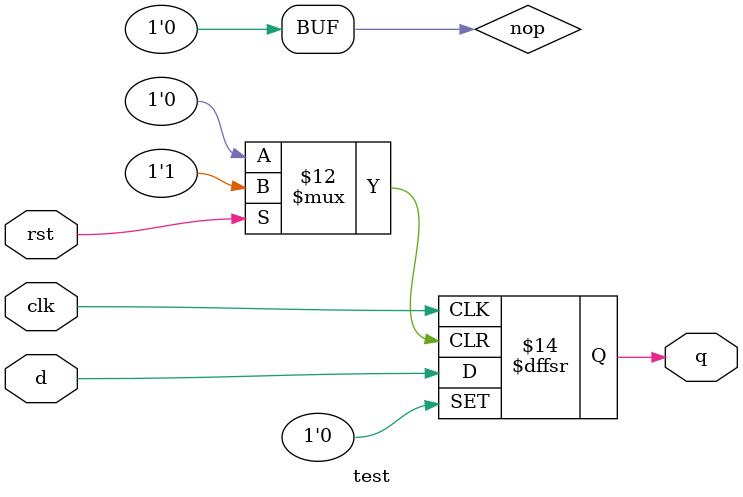
<source format=v>
module test (
	input clk, rst, d,
	output reg q
);
wire nop = 1'h0;
always @(posedge clk, posedge nop, posedge rst) begin
	if (rst) q <= 1'b0;
	else if (nop) q <= 1'b1;
	else q <= d;
end
endmodule

</source>
